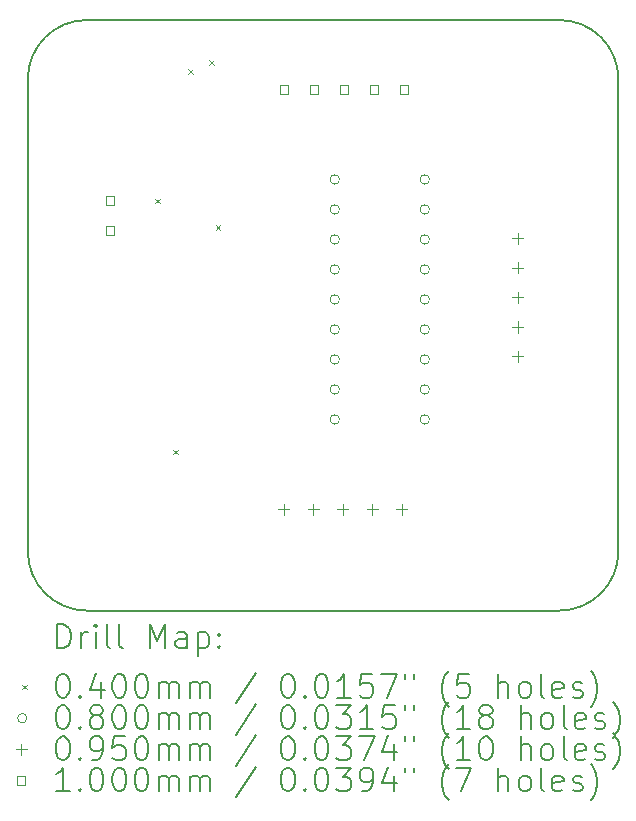
<source format=gbr>
%TF.GenerationSoftware,KiCad,Pcbnew,6.0.11+dfsg-1*%
%TF.CreationDate,2023-12-17T01:08:24-05:00*%
%TF.ProjectId,28byj_controller,32386279-6a5f-4636-9f6e-74726f6c6c65,rev?*%
%TF.SameCoordinates,Original*%
%TF.FileFunction,Drillmap*%
%TF.FilePolarity,Positive*%
%FSLAX45Y45*%
G04 Gerber Fmt 4.5, Leading zero omitted, Abs format (unit mm)*
G04 Created by KiCad (PCBNEW 6.0.11+dfsg-1) date 2023-12-17 01:08:24*
%MOMM*%
%LPD*%
G01*
G04 APERTURE LIST*
%ADD10C,0.150000*%
%ADD11C,0.200000*%
%ADD12C,0.040000*%
%ADD13C,0.080000*%
%ADD14C,0.095000*%
%ADD15C,0.100000*%
G04 APERTURE END LIST*
D10*
X10000000Y-9500000D02*
X10000000Y-5500000D01*
X15000000Y-5500000D02*
X15000000Y-9500000D01*
X14500000Y-10000000D02*
G75*
G03*
X15000000Y-9500000I0J500000D01*
G01*
X10500000Y-5000000D02*
X14500000Y-5000000D01*
X15000000Y-5500000D02*
G75*
G03*
X14500000Y-5000000I-500000J0D01*
G01*
X10000000Y-9500000D02*
G75*
G03*
X10500000Y-10000000I500000J0D01*
G01*
X14500000Y-10000000D02*
X10500000Y-10000000D01*
X10500000Y-5000000D02*
G75*
G03*
X10000000Y-5500000I0J-500000D01*
G01*
D11*
D12*
X11075800Y-6511800D02*
X11115800Y-6551800D01*
X11115800Y-6511800D02*
X11075800Y-6551800D01*
X11227600Y-8636800D02*
X11267600Y-8676800D01*
X11267600Y-8636800D02*
X11227600Y-8676800D01*
X11359200Y-5415600D02*
X11399200Y-5455600D01*
X11399200Y-5415600D02*
X11359200Y-5455600D01*
X11537346Y-5339400D02*
X11577346Y-5379400D01*
X11577346Y-5339400D02*
X11537346Y-5379400D01*
X11589950Y-6738550D02*
X11629950Y-6778550D01*
X11629950Y-6738550D02*
X11589950Y-6778550D01*
D13*
X12638400Y-6350000D02*
G75*
G03*
X12638400Y-6350000I-40000J0D01*
G01*
X12638400Y-6604000D02*
G75*
G03*
X12638400Y-6604000I-40000J0D01*
G01*
X12638400Y-6858000D02*
G75*
G03*
X12638400Y-6858000I-40000J0D01*
G01*
X12638400Y-7112000D02*
G75*
G03*
X12638400Y-7112000I-40000J0D01*
G01*
X12638400Y-7366000D02*
G75*
G03*
X12638400Y-7366000I-40000J0D01*
G01*
X12638400Y-7620000D02*
G75*
G03*
X12638400Y-7620000I-40000J0D01*
G01*
X12638400Y-7874000D02*
G75*
G03*
X12638400Y-7874000I-40000J0D01*
G01*
X12638400Y-8128000D02*
G75*
G03*
X12638400Y-8128000I-40000J0D01*
G01*
X12638400Y-8382000D02*
G75*
G03*
X12638400Y-8382000I-40000J0D01*
G01*
X13400400Y-6350000D02*
G75*
G03*
X13400400Y-6350000I-40000J0D01*
G01*
X13400400Y-6604000D02*
G75*
G03*
X13400400Y-6604000I-40000J0D01*
G01*
X13400400Y-6858000D02*
G75*
G03*
X13400400Y-6858000I-40000J0D01*
G01*
X13400400Y-7112000D02*
G75*
G03*
X13400400Y-7112000I-40000J0D01*
G01*
X13400400Y-7366000D02*
G75*
G03*
X13400400Y-7366000I-40000J0D01*
G01*
X13400400Y-7620000D02*
G75*
G03*
X13400400Y-7620000I-40000J0D01*
G01*
X13400400Y-7874000D02*
G75*
G03*
X13400400Y-7874000I-40000J0D01*
G01*
X13400400Y-8128000D02*
G75*
G03*
X13400400Y-8128000I-40000J0D01*
G01*
X13400400Y-8382000D02*
G75*
G03*
X13400400Y-8382000I-40000J0D01*
G01*
D14*
X12166600Y-9096500D02*
X12166600Y-9191500D01*
X12119100Y-9144000D02*
X12214100Y-9144000D01*
X12416600Y-9096500D02*
X12416600Y-9191500D01*
X12369100Y-9144000D02*
X12464100Y-9144000D01*
X12666600Y-9096500D02*
X12666600Y-9191500D01*
X12619100Y-9144000D02*
X12714100Y-9144000D01*
X12916600Y-9096500D02*
X12916600Y-9191500D01*
X12869100Y-9144000D02*
X12964100Y-9144000D01*
X13166600Y-9096500D02*
X13166600Y-9191500D01*
X13119100Y-9144000D02*
X13214100Y-9144000D01*
X14147800Y-6801100D02*
X14147800Y-6896100D01*
X14100300Y-6848600D02*
X14195300Y-6848600D01*
X14147800Y-7051100D02*
X14147800Y-7146100D01*
X14100300Y-7098600D02*
X14195300Y-7098600D01*
X14147800Y-7301100D02*
X14147800Y-7396100D01*
X14100300Y-7348600D02*
X14195300Y-7348600D01*
X14147800Y-7551100D02*
X14147800Y-7646100D01*
X14100300Y-7598600D02*
X14195300Y-7598600D01*
X14147800Y-7801100D02*
X14147800Y-7896100D01*
X14100300Y-7848600D02*
X14195300Y-7848600D01*
D15*
X10728756Y-6563156D02*
X10728756Y-6492444D01*
X10658044Y-6492444D01*
X10658044Y-6563156D01*
X10728756Y-6563156D01*
X10728756Y-6817156D02*
X10728756Y-6746444D01*
X10658044Y-6746444D01*
X10658044Y-6817156D01*
X10728756Y-6817156D01*
X12201956Y-5623356D02*
X12201956Y-5552644D01*
X12131244Y-5552644D01*
X12131244Y-5623356D01*
X12201956Y-5623356D01*
X12455956Y-5623356D02*
X12455956Y-5552644D01*
X12385244Y-5552644D01*
X12385244Y-5623356D01*
X12455956Y-5623356D01*
X12709956Y-5623356D02*
X12709956Y-5552644D01*
X12639244Y-5552644D01*
X12639244Y-5623356D01*
X12709956Y-5623356D01*
X12963956Y-5623356D02*
X12963956Y-5552644D01*
X12893244Y-5552644D01*
X12893244Y-5623356D01*
X12963956Y-5623356D01*
X13217956Y-5623356D02*
X13217956Y-5552644D01*
X13147244Y-5552644D01*
X13147244Y-5623356D01*
X13217956Y-5623356D01*
D11*
X10250119Y-10317976D02*
X10250119Y-10117976D01*
X10297738Y-10117976D01*
X10326310Y-10127500D01*
X10345357Y-10146548D01*
X10354881Y-10165595D01*
X10364405Y-10203690D01*
X10364405Y-10232262D01*
X10354881Y-10270357D01*
X10345357Y-10289405D01*
X10326310Y-10308452D01*
X10297738Y-10317976D01*
X10250119Y-10317976D01*
X10450119Y-10317976D02*
X10450119Y-10184643D01*
X10450119Y-10222738D02*
X10459643Y-10203690D01*
X10469167Y-10194167D01*
X10488214Y-10184643D01*
X10507262Y-10184643D01*
X10573929Y-10317976D02*
X10573929Y-10184643D01*
X10573929Y-10117976D02*
X10564405Y-10127500D01*
X10573929Y-10137024D01*
X10583452Y-10127500D01*
X10573929Y-10117976D01*
X10573929Y-10137024D01*
X10697738Y-10317976D02*
X10678690Y-10308452D01*
X10669167Y-10289405D01*
X10669167Y-10117976D01*
X10802500Y-10317976D02*
X10783452Y-10308452D01*
X10773929Y-10289405D01*
X10773929Y-10117976D01*
X11031071Y-10317976D02*
X11031071Y-10117976D01*
X11097738Y-10260833D01*
X11164405Y-10117976D01*
X11164405Y-10317976D01*
X11345357Y-10317976D02*
X11345357Y-10213214D01*
X11335833Y-10194167D01*
X11316786Y-10184643D01*
X11278690Y-10184643D01*
X11259643Y-10194167D01*
X11345357Y-10308452D02*
X11326309Y-10317976D01*
X11278690Y-10317976D01*
X11259643Y-10308452D01*
X11250119Y-10289405D01*
X11250119Y-10270357D01*
X11259643Y-10251310D01*
X11278690Y-10241786D01*
X11326309Y-10241786D01*
X11345357Y-10232262D01*
X11440595Y-10184643D02*
X11440595Y-10384643D01*
X11440595Y-10194167D02*
X11459643Y-10184643D01*
X11497738Y-10184643D01*
X11516786Y-10194167D01*
X11526309Y-10203690D01*
X11535833Y-10222738D01*
X11535833Y-10279881D01*
X11526309Y-10298929D01*
X11516786Y-10308452D01*
X11497738Y-10317976D01*
X11459643Y-10317976D01*
X11440595Y-10308452D01*
X11621548Y-10298929D02*
X11631071Y-10308452D01*
X11621548Y-10317976D01*
X11612024Y-10308452D01*
X11621548Y-10298929D01*
X11621548Y-10317976D01*
X11621548Y-10194167D02*
X11631071Y-10203690D01*
X11621548Y-10213214D01*
X11612024Y-10203690D01*
X11621548Y-10194167D01*
X11621548Y-10213214D01*
D12*
X9952500Y-10627500D02*
X9992500Y-10667500D01*
X9992500Y-10627500D02*
X9952500Y-10667500D01*
D11*
X10288214Y-10537976D02*
X10307262Y-10537976D01*
X10326310Y-10547500D01*
X10335833Y-10557024D01*
X10345357Y-10576071D01*
X10354881Y-10614167D01*
X10354881Y-10661786D01*
X10345357Y-10699881D01*
X10335833Y-10718929D01*
X10326310Y-10728452D01*
X10307262Y-10737976D01*
X10288214Y-10737976D01*
X10269167Y-10728452D01*
X10259643Y-10718929D01*
X10250119Y-10699881D01*
X10240595Y-10661786D01*
X10240595Y-10614167D01*
X10250119Y-10576071D01*
X10259643Y-10557024D01*
X10269167Y-10547500D01*
X10288214Y-10537976D01*
X10440595Y-10718929D02*
X10450119Y-10728452D01*
X10440595Y-10737976D01*
X10431071Y-10728452D01*
X10440595Y-10718929D01*
X10440595Y-10737976D01*
X10621548Y-10604643D02*
X10621548Y-10737976D01*
X10573929Y-10528452D02*
X10526310Y-10671310D01*
X10650119Y-10671310D01*
X10764405Y-10537976D02*
X10783452Y-10537976D01*
X10802500Y-10547500D01*
X10812024Y-10557024D01*
X10821548Y-10576071D01*
X10831071Y-10614167D01*
X10831071Y-10661786D01*
X10821548Y-10699881D01*
X10812024Y-10718929D01*
X10802500Y-10728452D01*
X10783452Y-10737976D01*
X10764405Y-10737976D01*
X10745357Y-10728452D01*
X10735833Y-10718929D01*
X10726310Y-10699881D01*
X10716786Y-10661786D01*
X10716786Y-10614167D01*
X10726310Y-10576071D01*
X10735833Y-10557024D01*
X10745357Y-10547500D01*
X10764405Y-10537976D01*
X10954881Y-10537976D02*
X10973929Y-10537976D01*
X10992976Y-10547500D01*
X11002500Y-10557024D01*
X11012024Y-10576071D01*
X11021548Y-10614167D01*
X11021548Y-10661786D01*
X11012024Y-10699881D01*
X11002500Y-10718929D01*
X10992976Y-10728452D01*
X10973929Y-10737976D01*
X10954881Y-10737976D01*
X10935833Y-10728452D01*
X10926310Y-10718929D01*
X10916786Y-10699881D01*
X10907262Y-10661786D01*
X10907262Y-10614167D01*
X10916786Y-10576071D01*
X10926310Y-10557024D01*
X10935833Y-10547500D01*
X10954881Y-10537976D01*
X11107262Y-10737976D02*
X11107262Y-10604643D01*
X11107262Y-10623690D02*
X11116786Y-10614167D01*
X11135833Y-10604643D01*
X11164405Y-10604643D01*
X11183452Y-10614167D01*
X11192976Y-10633214D01*
X11192976Y-10737976D01*
X11192976Y-10633214D02*
X11202500Y-10614167D01*
X11221548Y-10604643D01*
X11250119Y-10604643D01*
X11269167Y-10614167D01*
X11278690Y-10633214D01*
X11278690Y-10737976D01*
X11373928Y-10737976D02*
X11373928Y-10604643D01*
X11373928Y-10623690D02*
X11383452Y-10614167D01*
X11402500Y-10604643D01*
X11431071Y-10604643D01*
X11450119Y-10614167D01*
X11459643Y-10633214D01*
X11459643Y-10737976D01*
X11459643Y-10633214D02*
X11469167Y-10614167D01*
X11488214Y-10604643D01*
X11516786Y-10604643D01*
X11535833Y-10614167D01*
X11545357Y-10633214D01*
X11545357Y-10737976D01*
X11935833Y-10528452D02*
X11764405Y-10785595D01*
X12192976Y-10537976D02*
X12212024Y-10537976D01*
X12231071Y-10547500D01*
X12240595Y-10557024D01*
X12250119Y-10576071D01*
X12259643Y-10614167D01*
X12259643Y-10661786D01*
X12250119Y-10699881D01*
X12240595Y-10718929D01*
X12231071Y-10728452D01*
X12212024Y-10737976D01*
X12192976Y-10737976D01*
X12173928Y-10728452D01*
X12164405Y-10718929D01*
X12154881Y-10699881D01*
X12145357Y-10661786D01*
X12145357Y-10614167D01*
X12154881Y-10576071D01*
X12164405Y-10557024D01*
X12173928Y-10547500D01*
X12192976Y-10537976D01*
X12345357Y-10718929D02*
X12354881Y-10728452D01*
X12345357Y-10737976D01*
X12335833Y-10728452D01*
X12345357Y-10718929D01*
X12345357Y-10737976D01*
X12478690Y-10537976D02*
X12497738Y-10537976D01*
X12516786Y-10547500D01*
X12526309Y-10557024D01*
X12535833Y-10576071D01*
X12545357Y-10614167D01*
X12545357Y-10661786D01*
X12535833Y-10699881D01*
X12526309Y-10718929D01*
X12516786Y-10728452D01*
X12497738Y-10737976D01*
X12478690Y-10737976D01*
X12459643Y-10728452D01*
X12450119Y-10718929D01*
X12440595Y-10699881D01*
X12431071Y-10661786D01*
X12431071Y-10614167D01*
X12440595Y-10576071D01*
X12450119Y-10557024D01*
X12459643Y-10547500D01*
X12478690Y-10537976D01*
X12735833Y-10737976D02*
X12621548Y-10737976D01*
X12678690Y-10737976D02*
X12678690Y-10537976D01*
X12659643Y-10566548D01*
X12640595Y-10585595D01*
X12621548Y-10595119D01*
X12916786Y-10537976D02*
X12821548Y-10537976D01*
X12812024Y-10633214D01*
X12821548Y-10623690D01*
X12840595Y-10614167D01*
X12888214Y-10614167D01*
X12907262Y-10623690D01*
X12916786Y-10633214D01*
X12926309Y-10652262D01*
X12926309Y-10699881D01*
X12916786Y-10718929D01*
X12907262Y-10728452D01*
X12888214Y-10737976D01*
X12840595Y-10737976D01*
X12821548Y-10728452D01*
X12812024Y-10718929D01*
X12992976Y-10537976D02*
X13126309Y-10537976D01*
X13040595Y-10737976D01*
X13192976Y-10537976D02*
X13192976Y-10576071D01*
X13269167Y-10537976D02*
X13269167Y-10576071D01*
X13564405Y-10814167D02*
X13554881Y-10804643D01*
X13535833Y-10776071D01*
X13526309Y-10757024D01*
X13516786Y-10728452D01*
X13507262Y-10680833D01*
X13507262Y-10642738D01*
X13516786Y-10595119D01*
X13526309Y-10566548D01*
X13535833Y-10547500D01*
X13554881Y-10518929D01*
X13564405Y-10509405D01*
X13735833Y-10537976D02*
X13640595Y-10537976D01*
X13631071Y-10633214D01*
X13640595Y-10623690D01*
X13659643Y-10614167D01*
X13707262Y-10614167D01*
X13726309Y-10623690D01*
X13735833Y-10633214D01*
X13745357Y-10652262D01*
X13745357Y-10699881D01*
X13735833Y-10718929D01*
X13726309Y-10728452D01*
X13707262Y-10737976D01*
X13659643Y-10737976D01*
X13640595Y-10728452D01*
X13631071Y-10718929D01*
X13983452Y-10737976D02*
X13983452Y-10537976D01*
X14069167Y-10737976D02*
X14069167Y-10633214D01*
X14059643Y-10614167D01*
X14040595Y-10604643D01*
X14012024Y-10604643D01*
X13992976Y-10614167D01*
X13983452Y-10623690D01*
X14192976Y-10737976D02*
X14173928Y-10728452D01*
X14164405Y-10718929D01*
X14154881Y-10699881D01*
X14154881Y-10642738D01*
X14164405Y-10623690D01*
X14173928Y-10614167D01*
X14192976Y-10604643D01*
X14221548Y-10604643D01*
X14240595Y-10614167D01*
X14250119Y-10623690D01*
X14259643Y-10642738D01*
X14259643Y-10699881D01*
X14250119Y-10718929D01*
X14240595Y-10728452D01*
X14221548Y-10737976D01*
X14192976Y-10737976D01*
X14373928Y-10737976D02*
X14354881Y-10728452D01*
X14345357Y-10709405D01*
X14345357Y-10537976D01*
X14526309Y-10728452D02*
X14507262Y-10737976D01*
X14469167Y-10737976D01*
X14450119Y-10728452D01*
X14440595Y-10709405D01*
X14440595Y-10633214D01*
X14450119Y-10614167D01*
X14469167Y-10604643D01*
X14507262Y-10604643D01*
X14526309Y-10614167D01*
X14535833Y-10633214D01*
X14535833Y-10652262D01*
X14440595Y-10671310D01*
X14612024Y-10728452D02*
X14631071Y-10737976D01*
X14669167Y-10737976D01*
X14688214Y-10728452D01*
X14697738Y-10709405D01*
X14697738Y-10699881D01*
X14688214Y-10680833D01*
X14669167Y-10671310D01*
X14640595Y-10671310D01*
X14621548Y-10661786D01*
X14612024Y-10642738D01*
X14612024Y-10633214D01*
X14621548Y-10614167D01*
X14640595Y-10604643D01*
X14669167Y-10604643D01*
X14688214Y-10614167D01*
X14764405Y-10814167D02*
X14773928Y-10804643D01*
X14792976Y-10776071D01*
X14802500Y-10757024D01*
X14812024Y-10728452D01*
X14821548Y-10680833D01*
X14821548Y-10642738D01*
X14812024Y-10595119D01*
X14802500Y-10566548D01*
X14792976Y-10547500D01*
X14773928Y-10518929D01*
X14764405Y-10509405D01*
D13*
X9992500Y-10911500D02*
G75*
G03*
X9992500Y-10911500I-40000J0D01*
G01*
D11*
X10288214Y-10801976D02*
X10307262Y-10801976D01*
X10326310Y-10811500D01*
X10335833Y-10821024D01*
X10345357Y-10840071D01*
X10354881Y-10878167D01*
X10354881Y-10925786D01*
X10345357Y-10963881D01*
X10335833Y-10982929D01*
X10326310Y-10992452D01*
X10307262Y-11001976D01*
X10288214Y-11001976D01*
X10269167Y-10992452D01*
X10259643Y-10982929D01*
X10250119Y-10963881D01*
X10240595Y-10925786D01*
X10240595Y-10878167D01*
X10250119Y-10840071D01*
X10259643Y-10821024D01*
X10269167Y-10811500D01*
X10288214Y-10801976D01*
X10440595Y-10982929D02*
X10450119Y-10992452D01*
X10440595Y-11001976D01*
X10431071Y-10992452D01*
X10440595Y-10982929D01*
X10440595Y-11001976D01*
X10564405Y-10887690D02*
X10545357Y-10878167D01*
X10535833Y-10868643D01*
X10526310Y-10849595D01*
X10526310Y-10840071D01*
X10535833Y-10821024D01*
X10545357Y-10811500D01*
X10564405Y-10801976D01*
X10602500Y-10801976D01*
X10621548Y-10811500D01*
X10631071Y-10821024D01*
X10640595Y-10840071D01*
X10640595Y-10849595D01*
X10631071Y-10868643D01*
X10621548Y-10878167D01*
X10602500Y-10887690D01*
X10564405Y-10887690D01*
X10545357Y-10897214D01*
X10535833Y-10906738D01*
X10526310Y-10925786D01*
X10526310Y-10963881D01*
X10535833Y-10982929D01*
X10545357Y-10992452D01*
X10564405Y-11001976D01*
X10602500Y-11001976D01*
X10621548Y-10992452D01*
X10631071Y-10982929D01*
X10640595Y-10963881D01*
X10640595Y-10925786D01*
X10631071Y-10906738D01*
X10621548Y-10897214D01*
X10602500Y-10887690D01*
X10764405Y-10801976D02*
X10783452Y-10801976D01*
X10802500Y-10811500D01*
X10812024Y-10821024D01*
X10821548Y-10840071D01*
X10831071Y-10878167D01*
X10831071Y-10925786D01*
X10821548Y-10963881D01*
X10812024Y-10982929D01*
X10802500Y-10992452D01*
X10783452Y-11001976D01*
X10764405Y-11001976D01*
X10745357Y-10992452D01*
X10735833Y-10982929D01*
X10726310Y-10963881D01*
X10716786Y-10925786D01*
X10716786Y-10878167D01*
X10726310Y-10840071D01*
X10735833Y-10821024D01*
X10745357Y-10811500D01*
X10764405Y-10801976D01*
X10954881Y-10801976D02*
X10973929Y-10801976D01*
X10992976Y-10811500D01*
X11002500Y-10821024D01*
X11012024Y-10840071D01*
X11021548Y-10878167D01*
X11021548Y-10925786D01*
X11012024Y-10963881D01*
X11002500Y-10982929D01*
X10992976Y-10992452D01*
X10973929Y-11001976D01*
X10954881Y-11001976D01*
X10935833Y-10992452D01*
X10926310Y-10982929D01*
X10916786Y-10963881D01*
X10907262Y-10925786D01*
X10907262Y-10878167D01*
X10916786Y-10840071D01*
X10926310Y-10821024D01*
X10935833Y-10811500D01*
X10954881Y-10801976D01*
X11107262Y-11001976D02*
X11107262Y-10868643D01*
X11107262Y-10887690D02*
X11116786Y-10878167D01*
X11135833Y-10868643D01*
X11164405Y-10868643D01*
X11183452Y-10878167D01*
X11192976Y-10897214D01*
X11192976Y-11001976D01*
X11192976Y-10897214D02*
X11202500Y-10878167D01*
X11221548Y-10868643D01*
X11250119Y-10868643D01*
X11269167Y-10878167D01*
X11278690Y-10897214D01*
X11278690Y-11001976D01*
X11373928Y-11001976D02*
X11373928Y-10868643D01*
X11373928Y-10887690D02*
X11383452Y-10878167D01*
X11402500Y-10868643D01*
X11431071Y-10868643D01*
X11450119Y-10878167D01*
X11459643Y-10897214D01*
X11459643Y-11001976D01*
X11459643Y-10897214D02*
X11469167Y-10878167D01*
X11488214Y-10868643D01*
X11516786Y-10868643D01*
X11535833Y-10878167D01*
X11545357Y-10897214D01*
X11545357Y-11001976D01*
X11935833Y-10792452D02*
X11764405Y-11049595D01*
X12192976Y-10801976D02*
X12212024Y-10801976D01*
X12231071Y-10811500D01*
X12240595Y-10821024D01*
X12250119Y-10840071D01*
X12259643Y-10878167D01*
X12259643Y-10925786D01*
X12250119Y-10963881D01*
X12240595Y-10982929D01*
X12231071Y-10992452D01*
X12212024Y-11001976D01*
X12192976Y-11001976D01*
X12173928Y-10992452D01*
X12164405Y-10982929D01*
X12154881Y-10963881D01*
X12145357Y-10925786D01*
X12145357Y-10878167D01*
X12154881Y-10840071D01*
X12164405Y-10821024D01*
X12173928Y-10811500D01*
X12192976Y-10801976D01*
X12345357Y-10982929D02*
X12354881Y-10992452D01*
X12345357Y-11001976D01*
X12335833Y-10992452D01*
X12345357Y-10982929D01*
X12345357Y-11001976D01*
X12478690Y-10801976D02*
X12497738Y-10801976D01*
X12516786Y-10811500D01*
X12526309Y-10821024D01*
X12535833Y-10840071D01*
X12545357Y-10878167D01*
X12545357Y-10925786D01*
X12535833Y-10963881D01*
X12526309Y-10982929D01*
X12516786Y-10992452D01*
X12497738Y-11001976D01*
X12478690Y-11001976D01*
X12459643Y-10992452D01*
X12450119Y-10982929D01*
X12440595Y-10963881D01*
X12431071Y-10925786D01*
X12431071Y-10878167D01*
X12440595Y-10840071D01*
X12450119Y-10821024D01*
X12459643Y-10811500D01*
X12478690Y-10801976D01*
X12612024Y-10801976D02*
X12735833Y-10801976D01*
X12669167Y-10878167D01*
X12697738Y-10878167D01*
X12716786Y-10887690D01*
X12726309Y-10897214D01*
X12735833Y-10916262D01*
X12735833Y-10963881D01*
X12726309Y-10982929D01*
X12716786Y-10992452D01*
X12697738Y-11001976D01*
X12640595Y-11001976D01*
X12621548Y-10992452D01*
X12612024Y-10982929D01*
X12926309Y-11001976D02*
X12812024Y-11001976D01*
X12869167Y-11001976D02*
X12869167Y-10801976D01*
X12850119Y-10830548D01*
X12831071Y-10849595D01*
X12812024Y-10859119D01*
X13107262Y-10801976D02*
X13012024Y-10801976D01*
X13002500Y-10897214D01*
X13012024Y-10887690D01*
X13031071Y-10878167D01*
X13078690Y-10878167D01*
X13097738Y-10887690D01*
X13107262Y-10897214D01*
X13116786Y-10916262D01*
X13116786Y-10963881D01*
X13107262Y-10982929D01*
X13097738Y-10992452D01*
X13078690Y-11001976D01*
X13031071Y-11001976D01*
X13012024Y-10992452D01*
X13002500Y-10982929D01*
X13192976Y-10801976D02*
X13192976Y-10840071D01*
X13269167Y-10801976D02*
X13269167Y-10840071D01*
X13564405Y-11078167D02*
X13554881Y-11068643D01*
X13535833Y-11040071D01*
X13526309Y-11021024D01*
X13516786Y-10992452D01*
X13507262Y-10944833D01*
X13507262Y-10906738D01*
X13516786Y-10859119D01*
X13526309Y-10830548D01*
X13535833Y-10811500D01*
X13554881Y-10782929D01*
X13564405Y-10773405D01*
X13745357Y-11001976D02*
X13631071Y-11001976D01*
X13688214Y-11001976D02*
X13688214Y-10801976D01*
X13669167Y-10830548D01*
X13650119Y-10849595D01*
X13631071Y-10859119D01*
X13859643Y-10887690D02*
X13840595Y-10878167D01*
X13831071Y-10868643D01*
X13821548Y-10849595D01*
X13821548Y-10840071D01*
X13831071Y-10821024D01*
X13840595Y-10811500D01*
X13859643Y-10801976D01*
X13897738Y-10801976D01*
X13916786Y-10811500D01*
X13926309Y-10821024D01*
X13935833Y-10840071D01*
X13935833Y-10849595D01*
X13926309Y-10868643D01*
X13916786Y-10878167D01*
X13897738Y-10887690D01*
X13859643Y-10887690D01*
X13840595Y-10897214D01*
X13831071Y-10906738D01*
X13821548Y-10925786D01*
X13821548Y-10963881D01*
X13831071Y-10982929D01*
X13840595Y-10992452D01*
X13859643Y-11001976D01*
X13897738Y-11001976D01*
X13916786Y-10992452D01*
X13926309Y-10982929D01*
X13935833Y-10963881D01*
X13935833Y-10925786D01*
X13926309Y-10906738D01*
X13916786Y-10897214D01*
X13897738Y-10887690D01*
X14173928Y-11001976D02*
X14173928Y-10801976D01*
X14259643Y-11001976D02*
X14259643Y-10897214D01*
X14250119Y-10878167D01*
X14231071Y-10868643D01*
X14202500Y-10868643D01*
X14183452Y-10878167D01*
X14173928Y-10887690D01*
X14383452Y-11001976D02*
X14364405Y-10992452D01*
X14354881Y-10982929D01*
X14345357Y-10963881D01*
X14345357Y-10906738D01*
X14354881Y-10887690D01*
X14364405Y-10878167D01*
X14383452Y-10868643D01*
X14412024Y-10868643D01*
X14431071Y-10878167D01*
X14440595Y-10887690D01*
X14450119Y-10906738D01*
X14450119Y-10963881D01*
X14440595Y-10982929D01*
X14431071Y-10992452D01*
X14412024Y-11001976D01*
X14383452Y-11001976D01*
X14564405Y-11001976D02*
X14545357Y-10992452D01*
X14535833Y-10973405D01*
X14535833Y-10801976D01*
X14716786Y-10992452D02*
X14697738Y-11001976D01*
X14659643Y-11001976D01*
X14640595Y-10992452D01*
X14631071Y-10973405D01*
X14631071Y-10897214D01*
X14640595Y-10878167D01*
X14659643Y-10868643D01*
X14697738Y-10868643D01*
X14716786Y-10878167D01*
X14726309Y-10897214D01*
X14726309Y-10916262D01*
X14631071Y-10935310D01*
X14802500Y-10992452D02*
X14821548Y-11001976D01*
X14859643Y-11001976D01*
X14878690Y-10992452D01*
X14888214Y-10973405D01*
X14888214Y-10963881D01*
X14878690Y-10944833D01*
X14859643Y-10935310D01*
X14831071Y-10935310D01*
X14812024Y-10925786D01*
X14802500Y-10906738D01*
X14802500Y-10897214D01*
X14812024Y-10878167D01*
X14831071Y-10868643D01*
X14859643Y-10868643D01*
X14878690Y-10878167D01*
X14954881Y-11078167D02*
X14964405Y-11068643D01*
X14983452Y-11040071D01*
X14992976Y-11021024D01*
X15002500Y-10992452D01*
X15012024Y-10944833D01*
X15012024Y-10906738D01*
X15002500Y-10859119D01*
X14992976Y-10830548D01*
X14983452Y-10811500D01*
X14964405Y-10782929D01*
X14954881Y-10773405D01*
D14*
X9945000Y-11128000D02*
X9945000Y-11223000D01*
X9897500Y-11175500D02*
X9992500Y-11175500D01*
D11*
X10288214Y-11065976D02*
X10307262Y-11065976D01*
X10326310Y-11075500D01*
X10335833Y-11085024D01*
X10345357Y-11104071D01*
X10354881Y-11142167D01*
X10354881Y-11189786D01*
X10345357Y-11227881D01*
X10335833Y-11246928D01*
X10326310Y-11256452D01*
X10307262Y-11265976D01*
X10288214Y-11265976D01*
X10269167Y-11256452D01*
X10259643Y-11246928D01*
X10250119Y-11227881D01*
X10240595Y-11189786D01*
X10240595Y-11142167D01*
X10250119Y-11104071D01*
X10259643Y-11085024D01*
X10269167Y-11075500D01*
X10288214Y-11065976D01*
X10440595Y-11246928D02*
X10450119Y-11256452D01*
X10440595Y-11265976D01*
X10431071Y-11256452D01*
X10440595Y-11246928D01*
X10440595Y-11265976D01*
X10545357Y-11265976D02*
X10583452Y-11265976D01*
X10602500Y-11256452D01*
X10612024Y-11246928D01*
X10631071Y-11218357D01*
X10640595Y-11180262D01*
X10640595Y-11104071D01*
X10631071Y-11085024D01*
X10621548Y-11075500D01*
X10602500Y-11065976D01*
X10564405Y-11065976D01*
X10545357Y-11075500D01*
X10535833Y-11085024D01*
X10526310Y-11104071D01*
X10526310Y-11151690D01*
X10535833Y-11170738D01*
X10545357Y-11180262D01*
X10564405Y-11189786D01*
X10602500Y-11189786D01*
X10621548Y-11180262D01*
X10631071Y-11170738D01*
X10640595Y-11151690D01*
X10821548Y-11065976D02*
X10726310Y-11065976D01*
X10716786Y-11161214D01*
X10726310Y-11151690D01*
X10745357Y-11142167D01*
X10792976Y-11142167D01*
X10812024Y-11151690D01*
X10821548Y-11161214D01*
X10831071Y-11180262D01*
X10831071Y-11227881D01*
X10821548Y-11246928D01*
X10812024Y-11256452D01*
X10792976Y-11265976D01*
X10745357Y-11265976D01*
X10726310Y-11256452D01*
X10716786Y-11246928D01*
X10954881Y-11065976D02*
X10973929Y-11065976D01*
X10992976Y-11075500D01*
X11002500Y-11085024D01*
X11012024Y-11104071D01*
X11021548Y-11142167D01*
X11021548Y-11189786D01*
X11012024Y-11227881D01*
X11002500Y-11246928D01*
X10992976Y-11256452D01*
X10973929Y-11265976D01*
X10954881Y-11265976D01*
X10935833Y-11256452D01*
X10926310Y-11246928D01*
X10916786Y-11227881D01*
X10907262Y-11189786D01*
X10907262Y-11142167D01*
X10916786Y-11104071D01*
X10926310Y-11085024D01*
X10935833Y-11075500D01*
X10954881Y-11065976D01*
X11107262Y-11265976D02*
X11107262Y-11132643D01*
X11107262Y-11151690D02*
X11116786Y-11142167D01*
X11135833Y-11132643D01*
X11164405Y-11132643D01*
X11183452Y-11142167D01*
X11192976Y-11161214D01*
X11192976Y-11265976D01*
X11192976Y-11161214D02*
X11202500Y-11142167D01*
X11221548Y-11132643D01*
X11250119Y-11132643D01*
X11269167Y-11142167D01*
X11278690Y-11161214D01*
X11278690Y-11265976D01*
X11373928Y-11265976D02*
X11373928Y-11132643D01*
X11373928Y-11151690D02*
X11383452Y-11142167D01*
X11402500Y-11132643D01*
X11431071Y-11132643D01*
X11450119Y-11142167D01*
X11459643Y-11161214D01*
X11459643Y-11265976D01*
X11459643Y-11161214D02*
X11469167Y-11142167D01*
X11488214Y-11132643D01*
X11516786Y-11132643D01*
X11535833Y-11142167D01*
X11545357Y-11161214D01*
X11545357Y-11265976D01*
X11935833Y-11056452D02*
X11764405Y-11313595D01*
X12192976Y-11065976D02*
X12212024Y-11065976D01*
X12231071Y-11075500D01*
X12240595Y-11085024D01*
X12250119Y-11104071D01*
X12259643Y-11142167D01*
X12259643Y-11189786D01*
X12250119Y-11227881D01*
X12240595Y-11246928D01*
X12231071Y-11256452D01*
X12212024Y-11265976D01*
X12192976Y-11265976D01*
X12173928Y-11256452D01*
X12164405Y-11246928D01*
X12154881Y-11227881D01*
X12145357Y-11189786D01*
X12145357Y-11142167D01*
X12154881Y-11104071D01*
X12164405Y-11085024D01*
X12173928Y-11075500D01*
X12192976Y-11065976D01*
X12345357Y-11246928D02*
X12354881Y-11256452D01*
X12345357Y-11265976D01*
X12335833Y-11256452D01*
X12345357Y-11246928D01*
X12345357Y-11265976D01*
X12478690Y-11065976D02*
X12497738Y-11065976D01*
X12516786Y-11075500D01*
X12526309Y-11085024D01*
X12535833Y-11104071D01*
X12545357Y-11142167D01*
X12545357Y-11189786D01*
X12535833Y-11227881D01*
X12526309Y-11246928D01*
X12516786Y-11256452D01*
X12497738Y-11265976D01*
X12478690Y-11265976D01*
X12459643Y-11256452D01*
X12450119Y-11246928D01*
X12440595Y-11227881D01*
X12431071Y-11189786D01*
X12431071Y-11142167D01*
X12440595Y-11104071D01*
X12450119Y-11085024D01*
X12459643Y-11075500D01*
X12478690Y-11065976D01*
X12612024Y-11065976D02*
X12735833Y-11065976D01*
X12669167Y-11142167D01*
X12697738Y-11142167D01*
X12716786Y-11151690D01*
X12726309Y-11161214D01*
X12735833Y-11180262D01*
X12735833Y-11227881D01*
X12726309Y-11246928D01*
X12716786Y-11256452D01*
X12697738Y-11265976D01*
X12640595Y-11265976D01*
X12621548Y-11256452D01*
X12612024Y-11246928D01*
X12802500Y-11065976D02*
X12935833Y-11065976D01*
X12850119Y-11265976D01*
X13097738Y-11132643D02*
X13097738Y-11265976D01*
X13050119Y-11056452D02*
X13002500Y-11199309D01*
X13126309Y-11199309D01*
X13192976Y-11065976D02*
X13192976Y-11104071D01*
X13269167Y-11065976D02*
X13269167Y-11104071D01*
X13564405Y-11342167D02*
X13554881Y-11332643D01*
X13535833Y-11304071D01*
X13526309Y-11285024D01*
X13516786Y-11256452D01*
X13507262Y-11208833D01*
X13507262Y-11170738D01*
X13516786Y-11123119D01*
X13526309Y-11094548D01*
X13535833Y-11075500D01*
X13554881Y-11046929D01*
X13564405Y-11037405D01*
X13745357Y-11265976D02*
X13631071Y-11265976D01*
X13688214Y-11265976D02*
X13688214Y-11065976D01*
X13669167Y-11094548D01*
X13650119Y-11113595D01*
X13631071Y-11123119D01*
X13869167Y-11065976D02*
X13888214Y-11065976D01*
X13907262Y-11075500D01*
X13916786Y-11085024D01*
X13926309Y-11104071D01*
X13935833Y-11142167D01*
X13935833Y-11189786D01*
X13926309Y-11227881D01*
X13916786Y-11246928D01*
X13907262Y-11256452D01*
X13888214Y-11265976D01*
X13869167Y-11265976D01*
X13850119Y-11256452D01*
X13840595Y-11246928D01*
X13831071Y-11227881D01*
X13821548Y-11189786D01*
X13821548Y-11142167D01*
X13831071Y-11104071D01*
X13840595Y-11085024D01*
X13850119Y-11075500D01*
X13869167Y-11065976D01*
X14173928Y-11265976D02*
X14173928Y-11065976D01*
X14259643Y-11265976D02*
X14259643Y-11161214D01*
X14250119Y-11142167D01*
X14231071Y-11132643D01*
X14202500Y-11132643D01*
X14183452Y-11142167D01*
X14173928Y-11151690D01*
X14383452Y-11265976D02*
X14364405Y-11256452D01*
X14354881Y-11246928D01*
X14345357Y-11227881D01*
X14345357Y-11170738D01*
X14354881Y-11151690D01*
X14364405Y-11142167D01*
X14383452Y-11132643D01*
X14412024Y-11132643D01*
X14431071Y-11142167D01*
X14440595Y-11151690D01*
X14450119Y-11170738D01*
X14450119Y-11227881D01*
X14440595Y-11246928D01*
X14431071Y-11256452D01*
X14412024Y-11265976D01*
X14383452Y-11265976D01*
X14564405Y-11265976D02*
X14545357Y-11256452D01*
X14535833Y-11237405D01*
X14535833Y-11065976D01*
X14716786Y-11256452D02*
X14697738Y-11265976D01*
X14659643Y-11265976D01*
X14640595Y-11256452D01*
X14631071Y-11237405D01*
X14631071Y-11161214D01*
X14640595Y-11142167D01*
X14659643Y-11132643D01*
X14697738Y-11132643D01*
X14716786Y-11142167D01*
X14726309Y-11161214D01*
X14726309Y-11180262D01*
X14631071Y-11199309D01*
X14802500Y-11256452D02*
X14821548Y-11265976D01*
X14859643Y-11265976D01*
X14878690Y-11256452D01*
X14888214Y-11237405D01*
X14888214Y-11227881D01*
X14878690Y-11208833D01*
X14859643Y-11199309D01*
X14831071Y-11199309D01*
X14812024Y-11189786D01*
X14802500Y-11170738D01*
X14802500Y-11161214D01*
X14812024Y-11142167D01*
X14831071Y-11132643D01*
X14859643Y-11132643D01*
X14878690Y-11142167D01*
X14954881Y-11342167D02*
X14964405Y-11332643D01*
X14983452Y-11304071D01*
X14992976Y-11285024D01*
X15002500Y-11256452D01*
X15012024Y-11208833D01*
X15012024Y-11170738D01*
X15002500Y-11123119D01*
X14992976Y-11094548D01*
X14983452Y-11075500D01*
X14964405Y-11046929D01*
X14954881Y-11037405D01*
D15*
X9977856Y-11474856D02*
X9977856Y-11404144D01*
X9907144Y-11404144D01*
X9907144Y-11474856D01*
X9977856Y-11474856D01*
D11*
X10354881Y-11529976D02*
X10240595Y-11529976D01*
X10297738Y-11529976D02*
X10297738Y-11329976D01*
X10278690Y-11358548D01*
X10259643Y-11377595D01*
X10240595Y-11387119D01*
X10440595Y-11510928D02*
X10450119Y-11520452D01*
X10440595Y-11529976D01*
X10431071Y-11520452D01*
X10440595Y-11510928D01*
X10440595Y-11529976D01*
X10573929Y-11329976D02*
X10592976Y-11329976D01*
X10612024Y-11339500D01*
X10621548Y-11349024D01*
X10631071Y-11368071D01*
X10640595Y-11406167D01*
X10640595Y-11453786D01*
X10631071Y-11491881D01*
X10621548Y-11510928D01*
X10612024Y-11520452D01*
X10592976Y-11529976D01*
X10573929Y-11529976D01*
X10554881Y-11520452D01*
X10545357Y-11510928D01*
X10535833Y-11491881D01*
X10526310Y-11453786D01*
X10526310Y-11406167D01*
X10535833Y-11368071D01*
X10545357Y-11349024D01*
X10554881Y-11339500D01*
X10573929Y-11329976D01*
X10764405Y-11329976D02*
X10783452Y-11329976D01*
X10802500Y-11339500D01*
X10812024Y-11349024D01*
X10821548Y-11368071D01*
X10831071Y-11406167D01*
X10831071Y-11453786D01*
X10821548Y-11491881D01*
X10812024Y-11510928D01*
X10802500Y-11520452D01*
X10783452Y-11529976D01*
X10764405Y-11529976D01*
X10745357Y-11520452D01*
X10735833Y-11510928D01*
X10726310Y-11491881D01*
X10716786Y-11453786D01*
X10716786Y-11406167D01*
X10726310Y-11368071D01*
X10735833Y-11349024D01*
X10745357Y-11339500D01*
X10764405Y-11329976D01*
X10954881Y-11329976D02*
X10973929Y-11329976D01*
X10992976Y-11339500D01*
X11002500Y-11349024D01*
X11012024Y-11368071D01*
X11021548Y-11406167D01*
X11021548Y-11453786D01*
X11012024Y-11491881D01*
X11002500Y-11510928D01*
X10992976Y-11520452D01*
X10973929Y-11529976D01*
X10954881Y-11529976D01*
X10935833Y-11520452D01*
X10926310Y-11510928D01*
X10916786Y-11491881D01*
X10907262Y-11453786D01*
X10907262Y-11406167D01*
X10916786Y-11368071D01*
X10926310Y-11349024D01*
X10935833Y-11339500D01*
X10954881Y-11329976D01*
X11107262Y-11529976D02*
X11107262Y-11396643D01*
X11107262Y-11415690D02*
X11116786Y-11406167D01*
X11135833Y-11396643D01*
X11164405Y-11396643D01*
X11183452Y-11406167D01*
X11192976Y-11425214D01*
X11192976Y-11529976D01*
X11192976Y-11425214D02*
X11202500Y-11406167D01*
X11221548Y-11396643D01*
X11250119Y-11396643D01*
X11269167Y-11406167D01*
X11278690Y-11425214D01*
X11278690Y-11529976D01*
X11373928Y-11529976D02*
X11373928Y-11396643D01*
X11373928Y-11415690D02*
X11383452Y-11406167D01*
X11402500Y-11396643D01*
X11431071Y-11396643D01*
X11450119Y-11406167D01*
X11459643Y-11425214D01*
X11459643Y-11529976D01*
X11459643Y-11425214D02*
X11469167Y-11406167D01*
X11488214Y-11396643D01*
X11516786Y-11396643D01*
X11535833Y-11406167D01*
X11545357Y-11425214D01*
X11545357Y-11529976D01*
X11935833Y-11320452D02*
X11764405Y-11577595D01*
X12192976Y-11329976D02*
X12212024Y-11329976D01*
X12231071Y-11339500D01*
X12240595Y-11349024D01*
X12250119Y-11368071D01*
X12259643Y-11406167D01*
X12259643Y-11453786D01*
X12250119Y-11491881D01*
X12240595Y-11510928D01*
X12231071Y-11520452D01*
X12212024Y-11529976D01*
X12192976Y-11529976D01*
X12173928Y-11520452D01*
X12164405Y-11510928D01*
X12154881Y-11491881D01*
X12145357Y-11453786D01*
X12145357Y-11406167D01*
X12154881Y-11368071D01*
X12164405Y-11349024D01*
X12173928Y-11339500D01*
X12192976Y-11329976D01*
X12345357Y-11510928D02*
X12354881Y-11520452D01*
X12345357Y-11529976D01*
X12335833Y-11520452D01*
X12345357Y-11510928D01*
X12345357Y-11529976D01*
X12478690Y-11329976D02*
X12497738Y-11329976D01*
X12516786Y-11339500D01*
X12526309Y-11349024D01*
X12535833Y-11368071D01*
X12545357Y-11406167D01*
X12545357Y-11453786D01*
X12535833Y-11491881D01*
X12526309Y-11510928D01*
X12516786Y-11520452D01*
X12497738Y-11529976D01*
X12478690Y-11529976D01*
X12459643Y-11520452D01*
X12450119Y-11510928D01*
X12440595Y-11491881D01*
X12431071Y-11453786D01*
X12431071Y-11406167D01*
X12440595Y-11368071D01*
X12450119Y-11349024D01*
X12459643Y-11339500D01*
X12478690Y-11329976D01*
X12612024Y-11329976D02*
X12735833Y-11329976D01*
X12669167Y-11406167D01*
X12697738Y-11406167D01*
X12716786Y-11415690D01*
X12726309Y-11425214D01*
X12735833Y-11444262D01*
X12735833Y-11491881D01*
X12726309Y-11510928D01*
X12716786Y-11520452D01*
X12697738Y-11529976D01*
X12640595Y-11529976D01*
X12621548Y-11520452D01*
X12612024Y-11510928D01*
X12831071Y-11529976D02*
X12869167Y-11529976D01*
X12888214Y-11520452D01*
X12897738Y-11510928D01*
X12916786Y-11482357D01*
X12926309Y-11444262D01*
X12926309Y-11368071D01*
X12916786Y-11349024D01*
X12907262Y-11339500D01*
X12888214Y-11329976D01*
X12850119Y-11329976D01*
X12831071Y-11339500D01*
X12821548Y-11349024D01*
X12812024Y-11368071D01*
X12812024Y-11415690D01*
X12821548Y-11434738D01*
X12831071Y-11444262D01*
X12850119Y-11453786D01*
X12888214Y-11453786D01*
X12907262Y-11444262D01*
X12916786Y-11434738D01*
X12926309Y-11415690D01*
X13097738Y-11396643D02*
X13097738Y-11529976D01*
X13050119Y-11320452D02*
X13002500Y-11463309D01*
X13126309Y-11463309D01*
X13192976Y-11329976D02*
X13192976Y-11368071D01*
X13269167Y-11329976D02*
X13269167Y-11368071D01*
X13564405Y-11606167D02*
X13554881Y-11596643D01*
X13535833Y-11568071D01*
X13526309Y-11549024D01*
X13516786Y-11520452D01*
X13507262Y-11472833D01*
X13507262Y-11434738D01*
X13516786Y-11387119D01*
X13526309Y-11358548D01*
X13535833Y-11339500D01*
X13554881Y-11310928D01*
X13564405Y-11301405D01*
X13621548Y-11329976D02*
X13754881Y-11329976D01*
X13669167Y-11529976D01*
X13983452Y-11529976D02*
X13983452Y-11329976D01*
X14069167Y-11529976D02*
X14069167Y-11425214D01*
X14059643Y-11406167D01*
X14040595Y-11396643D01*
X14012024Y-11396643D01*
X13992976Y-11406167D01*
X13983452Y-11415690D01*
X14192976Y-11529976D02*
X14173928Y-11520452D01*
X14164405Y-11510928D01*
X14154881Y-11491881D01*
X14154881Y-11434738D01*
X14164405Y-11415690D01*
X14173928Y-11406167D01*
X14192976Y-11396643D01*
X14221548Y-11396643D01*
X14240595Y-11406167D01*
X14250119Y-11415690D01*
X14259643Y-11434738D01*
X14259643Y-11491881D01*
X14250119Y-11510928D01*
X14240595Y-11520452D01*
X14221548Y-11529976D01*
X14192976Y-11529976D01*
X14373928Y-11529976D02*
X14354881Y-11520452D01*
X14345357Y-11501405D01*
X14345357Y-11329976D01*
X14526309Y-11520452D02*
X14507262Y-11529976D01*
X14469167Y-11529976D01*
X14450119Y-11520452D01*
X14440595Y-11501405D01*
X14440595Y-11425214D01*
X14450119Y-11406167D01*
X14469167Y-11396643D01*
X14507262Y-11396643D01*
X14526309Y-11406167D01*
X14535833Y-11425214D01*
X14535833Y-11444262D01*
X14440595Y-11463309D01*
X14612024Y-11520452D02*
X14631071Y-11529976D01*
X14669167Y-11529976D01*
X14688214Y-11520452D01*
X14697738Y-11501405D01*
X14697738Y-11491881D01*
X14688214Y-11472833D01*
X14669167Y-11463309D01*
X14640595Y-11463309D01*
X14621548Y-11453786D01*
X14612024Y-11434738D01*
X14612024Y-11425214D01*
X14621548Y-11406167D01*
X14640595Y-11396643D01*
X14669167Y-11396643D01*
X14688214Y-11406167D01*
X14764405Y-11606167D02*
X14773928Y-11596643D01*
X14792976Y-11568071D01*
X14802500Y-11549024D01*
X14812024Y-11520452D01*
X14821548Y-11472833D01*
X14821548Y-11434738D01*
X14812024Y-11387119D01*
X14802500Y-11358548D01*
X14792976Y-11339500D01*
X14773928Y-11310928D01*
X14764405Y-11301405D01*
M02*

</source>
